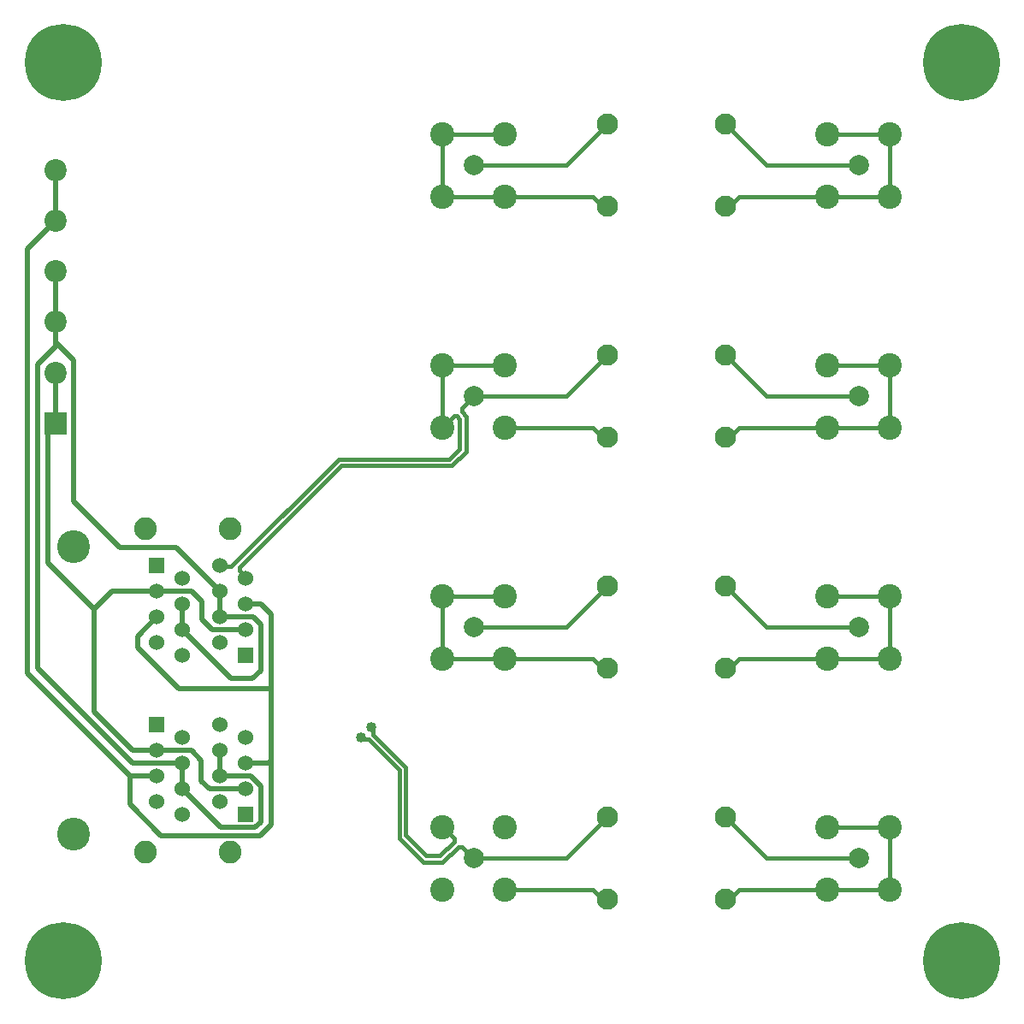
<source format=gbl>
G04*
G04 #@! TF.GenerationSoftware,Altium Limited,Altium Designer,19.1.8 (144)*
G04*
G04 Layer_Physical_Order=2*
G04 Layer_Color=16711680*
%FSLAX25Y25*%
%MOIN*%
G70*
G01*
G75*
%ADD11C,0.02000*%
%ADD13C,0.01500*%
%ADD25C,0.06000*%
%ADD26C,0.07874*%
%ADD27C,0.09449*%
%ADD28C,0.08268*%
%ADD29C,0.03000*%
%ADD30C,0.30000*%
%ADD31C,0.08661*%
%ADD32R,0.08661X0.08661*%
%ADD33C,0.12795*%
%ADD34C,0.08858*%
%ADD35R,0.06000X0.06000*%
%ADD36C,0.04000*%
D11*
X114000Y326630D02*
X117000Y329630D01*
X114000Y275000D02*
Y326630D01*
X193071Y192000D02*
X197000Y188071D01*
X181000Y192000D02*
X193071D01*
X197000Y174172D02*
Y188071D01*
X194828Y172000D02*
X197000Y174172D01*
X158071Y168929D02*
X196929D01*
X181500Y172000D02*
X194828D01*
X166500Y187000D02*
X181500Y172000D01*
X196929Y168929D02*
X201000Y173000D01*
X146000Y181000D02*
X158071Y168929D01*
X201000Y198000D02*
Y226000D01*
Y173000D02*
Y198000D01*
X200000Y197000D02*
X201000Y198000D01*
X191000Y197000D02*
X200000D01*
X166500Y249000D02*
Y259000D01*
X193828Y230000D02*
X197000Y233172D01*
X185500Y230000D02*
X193828D01*
X166500Y249000D02*
X185500Y230000D01*
X197000Y233172D02*
Y251000D01*
X194000Y254000D02*
X197000Y251000D01*
X181000Y254000D02*
X194000D01*
X181000D02*
Y264000D01*
X201000Y226000D02*
Y255000D01*
X165000Y226000D02*
X201000D01*
X149000Y242000D02*
X165000Y226000D01*
X197000Y259000D02*
X201000Y255000D01*
X191000Y259000D02*
X197000D01*
X117000Y361000D02*
Y369000D01*
Y359599D02*
Y361000D01*
X142000Y281000D02*
X164000D01*
X181000Y264000D01*
X124000Y299000D02*
X142000Y281000D01*
X124000Y299000D02*
Y354000D01*
X117000Y361000D02*
X124000Y354000D01*
X147000Y197000D02*
X166500D01*
X110000Y234000D02*
X147000Y197000D01*
X110000Y234000D02*
Y352599D01*
X117000Y359599D01*
X106000Y397370D02*
X117000Y408370D01*
X106000Y397370D02*
X106000Y232000D01*
X146000Y192000D01*
X117000Y369000D02*
Y388685D01*
X166500Y187000D02*
Y197000D01*
X181000Y192000D02*
Y202000D01*
X146000Y181000D02*
Y192000D01*
X156500D01*
X149000Y242000D02*
Y246500D01*
X156500Y254000D01*
X114000Y275000D02*
X132000Y257000D01*
X117000Y408370D02*
Y428055D01*
X174000Y253000D02*
Y260000D01*
X170000Y264000D02*
X174000Y260000D01*
X156500Y264000D02*
X170000D01*
X178000Y249000D02*
X191000D01*
X174000Y253000D02*
X178000Y249000D01*
X173750Y190250D02*
X177000Y187000D01*
X173750Y190250D02*
Y198250D01*
X177000Y187000D02*
X191000D01*
X170000Y202000D02*
X173750Y198250D01*
X156500Y202000D02*
X170000D01*
X139000Y264000D02*
X156500D01*
X132000Y257000D02*
X139000Y264000D01*
X132000Y217000D02*
Y257000D01*
Y217000D02*
X147000Y202000D01*
X156500D01*
X117000Y329630D02*
Y349315D01*
D13*
X417677Y417677D02*
X442323D01*
Y442323D01*
X417677D02*
X442323D01*
X267677Y417677D02*
X292323D01*
X267677D02*
Y442323D01*
X292323D01*
X417677Y147677D02*
X442323D01*
Y172323D01*
X417677D02*
X442323D01*
X417677Y237677D02*
X442323D01*
Y262323D01*
X417677D02*
X442323D01*
X417677Y327677D02*
X442323D01*
Y352323D01*
X417677D02*
X442323D01*
X267677D02*
X292323D01*
X267677Y327677D02*
Y352323D01*
Y237677D02*
X292323D01*
X267677D02*
Y262323D01*
X292323D01*
X316000Y250000D02*
X332000Y266000D01*
X280000Y250000D02*
X316000D01*
X378000Y176000D02*
X394000Y160000D01*
X430000D01*
X383351Y147677D02*
X417677D01*
X379674Y144000D02*
X383351Y147677D01*
X378000Y144000D02*
X379674D01*
X316000Y160000D02*
X332000Y176000D01*
X280000Y160000D02*
X316000D01*
X261500Y161000D02*
X266909D01*
X272333Y166424D01*
Y167667D01*
X267677Y172323D02*
X272333Y167667D01*
X267945Y158500D02*
X274101Y164656D01*
X275344D01*
X280000Y160000D01*
X260465Y158500D02*
X267945D01*
X253500Y169000D02*
X261500Y161000D01*
X251000Y167964D02*
Y194475D01*
Y167964D02*
X260465Y158500D01*
X253500Y169000D02*
Y195510D01*
X240243Y211243D02*
X240864Y210621D01*
Y208146D02*
Y210621D01*
Y208146D02*
X253500Y195510D01*
X236000Y207000D02*
X236621Y206379D01*
X239096D01*
X251000Y194475D01*
X378000Y266000D02*
X394000Y250000D01*
X430000D01*
X379674Y234000D02*
X383351Y237677D01*
X417677D01*
X378000Y234000D02*
X379674D01*
X378000Y356000D02*
X394000Y340000D01*
X430000D01*
X379674Y324000D02*
X383351Y327677D01*
X417677D01*
X378000Y324000D02*
X379674D01*
X316000Y430000D02*
X332000Y446000D01*
X316000Y340000D02*
X332000Y356000D01*
X280000Y340000D02*
X316000D01*
X330326Y324000D02*
X332000D01*
X326649Y327677D02*
X330326Y324000D01*
X292323Y327677D02*
X326649D01*
X330326Y234000D02*
X332000D01*
X326649Y237677D02*
X330326Y234000D01*
X292323Y237677D02*
X326649D01*
X330326Y144000D02*
X332000D01*
X326649Y147677D02*
X330326Y144000D01*
X292323Y147677D02*
X326649D01*
X378000Y414000D02*
X379674D01*
X383351Y417677D01*
X417677D01*
X378000Y446000D02*
X394000Y430000D01*
X430000D01*
X330326Y414000D02*
X332000D01*
X326649Y417677D02*
X330326Y414000D01*
X292323Y417677D02*
X326649D01*
X280000Y430000D02*
X316000D01*
X270500Y315500D02*
X274652Y319652D01*
Y331258D01*
X273576Y332333D02*
X274652Y331258D01*
X272333Y332333D02*
X273576D01*
X267677Y327677D02*
X272333Y332333D01*
X267677Y327677D02*
X267677D01*
X271535Y313000D02*
X277152Y318616D01*
Y332293D01*
X275344Y334101D02*
X277152Y332293D01*
X275344Y334101D02*
Y335344D01*
X280000Y340000D01*
X227334Y315500D02*
X270500D01*
X181000Y274000D02*
X181250Y273750D01*
X185584D01*
X227334Y315500D01*
X191000Y269000D02*
Y269870D01*
X188741Y272129D02*
X191000Y269870D01*
X188741Y272129D02*
Y273371D01*
X228370Y313000D01*
X271535D01*
D25*
X191000Y207000D02*
D03*
X181000Y212000D02*
D03*
X191000Y187000D02*
D03*
Y197000D02*
D03*
X181000Y202000D02*
D03*
Y192000D02*
D03*
Y182000D02*
D03*
X156500D02*
D03*
Y192000D02*
D03*
Y202000D02*
D03*
X166500Y177000D02*
D03*
Y207000D02*
D03*
Y197000D02*
D03*
Y187000D02*
D03*
X191000Y249000D02*
D03*
Y259000D02*
D03*
Y269000D02*
D03*
X181000Y274000D02*
D03*
Y264000D02*
D03*
Y254000D02*
D03*
Y244000D02*
D03*
X156500D02*
D03*
Y254000D02*
D03*
Y264000D02*
D03*
X166500Y269000D02*
D03*
Y259000D02*
D03*
Y239000D02*
D03*
Y249000D02*
D03*
D26*
X430000Y430000D02*
D03*
Y340000D02*
D03*
Y250000D02*
D03*
Y160000D02*
D03*
X280000D02*
D03*
Y250000D02*
D03*
Y340000D02*
D03*
Y430000D02*
D03*
D27*
X417677Y442323D02*
D03*
X442323D02*
D03*
Y417677D02*
D03*
X417677D02*
D03*
Y352323D02*
D03*
X442323D02*
D03*
Y327677D02*
D03*
X417677D02*
D03*
Y262323D02*
D03*
X442323D02*
D03*
Y237677D02*
D03*
X417677D02*
D03*
Y172323D02*
D03*
X442323D02*
D03*
Y147677D02*
D03*
X417677D02*
D03*
X267677Y172323D02*
D03*
X292323D02*
D03*
Y147677D02*
D03*
X267677D02*
D03*
Y262323D02*
D03*
X292323D02*
D03*
Y237677D02*
D03*
X267677D02*
D03*
Y352323D02*
D03*
X292323D02*
D03*
Y327677D02*
D03*
X267677D02*
D03*
Y442323D02*
D03*
X292323D02*
D03*
Y417677D02*
D03*
X267677D02*
D03*
D28*
X378000Y144000D02*
D03*
Y234000D02*
D03*
Y324000D02*
D03*
Y414000D02*
D03*
Y176000D02*
D03*
Y266000D02*
D03*
Y356000D02*
D03*
Y446000D02*
D03*
X332000Y144000D02*
D03*
Y234000D02*
D03*
Y324000D02*
D03*
Y414000D02*
D03*
Y176000D02*
D03*
Y266000D02*
D03*
Y356000D02*
D03*
Y446000D02*
D03*
D29*
X129842Y125906D02*
D03*
X125906Y110158D02*
D03*
X110158Y114094D02*
D03*
X125906Y129842D02*
D03*
X129842Y114094D02*
D03*
X114094Y110158D02*
D03*
Y129842D02*
D03*
X110158Y125906D02*
D03*
X108750Y120000D02*
D03*
X120000Y108750D02*
D03*
X131250Y120000D02*
D03*
X120000Y131250D02*
D03*
X479843Y125906D02*
D03*
X475906Y110158D02*
D03*
X460157Y114094D02*
D03*
X475906Y129842D02*
D03*
X479843Y114094D02*
D03*
X464094Y110158D02*
D03*
Y129842D02*
D03*
X460157Y125906D02*
D03*
X458750Y120000D02*
D03*
X470000Y108750D02*
D03*
X481250Y120000D02*
D03*
X470000Y131250D02*
D03*
X479843Y475906D02*
D03*
X475906Y460157D02*
D03*
X460157Y464094D02*
D03*
X475906Y479843D02*
D03*
X479843Y464094D02*
D03*
X464094Y460157D02*
D03*
Y479843D02*
D03*
X460157Y475906D02*
D03*
X458750Y470000D02*
D03*
X470000Y458750D02*
D03*
X481250Y470000D02*
D03*
X470000Y481250D02*
D03*
X129842Y475906D02*
D03*
X125906Y460157D02*
D03*
X110158Y464094D02*
D03*
X125906Y479843D02*
D03*
X129842Y464094D02*
D03*
X114094Y460157D02*
D03*
Y479843D02*
D03*
X110158Y475906D02*
D03*
X108750Y470000D02*
D03*
X120000Y458750D02*
D03*
X131250Y470000D02*
D03*
X120000Y481250D02*
D03*
D30*
Y120000D02*
D03*
X470000D02*
D03*
Y470000D02*
D03*
X120000D02*
D03*
D31*
X117000Y408370D02*
D03*
Y428055D02*
D03*
Y388685D02*
D03*
Y369000D02*
D03*
Y349315D02*
D03*
D32*
Y329630D02*
D03*
D33*
X124000Y169500D02*
D03*
Y281500D02*
D03*
D34*
X185000Y288500D02*
D03*
X152000D02*
D03*
Y162500D02*
D03*
X185000D02*
D03*
D35*
X191000Y177000D02*
D03*
X156500Y212000D02*
D03*
X191000Y239000D02*
D03*
X156500Y274000D02*
D03*
D36*
X240243Y211243D02*
D03*
X236000Y207000D02*
D03*
M02*

</source>
